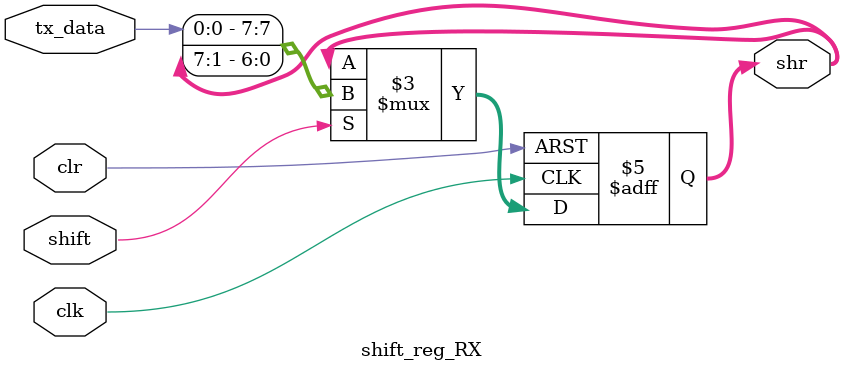
<source format=v>
`timescale 1ns/1ns

module shift_reg_RX (
    input wire clk,
    input wire clr,
    input wire shift,
    input wire tx_data,
    output reg [7:0] shr
);

    always @(posedge clk or negedge clr) begin
        if (~clr)  // Asynchronous clear
            shr <= 8'b0;  // Reset shift register to 0 when clr is low
        else if (shift)  // Shift right operation
            shr <= #1 {tx_data, shr[7:1]};  // Shift shr right by one bit, insert tx_data at LSB
    end

endmodule

</source>
